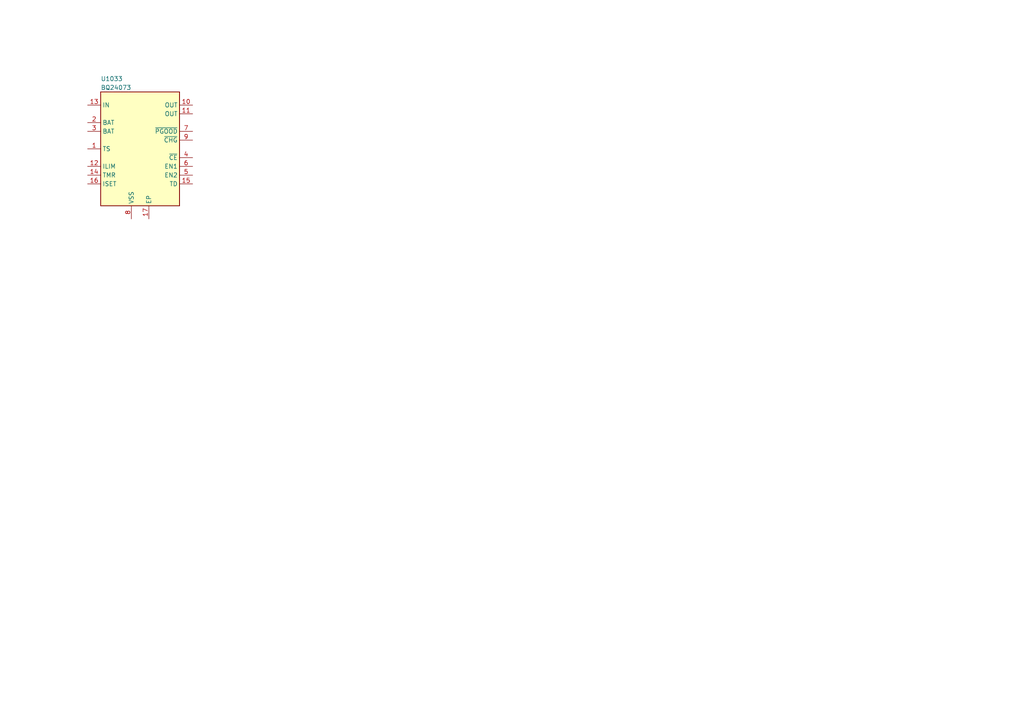
<source format=kicad_sch>
(kicad_sch
	(version 20250114)
	(generator "eeschema")
	(generator_version "9.0")
	(uuid "71af86e6-ae9e-4a40-88b8-eb2927eef3a4")
	(paper "A4")
	(title_block
		(title "Integrated circuits")
		(date "2026-01-10")
		(rev "1")
		(comment 1 "-")
		(comment 2 "-")
	)
	(lib_symbols
		(symbol "lily_symbols:ic_battery_charger_BQ24073_vqfn16"
			(exclude_from_sim no)
			(in_bom yes)
			(on_board yes)
			(property "Reference" "U"
				(at 3.81 7.62 0)
				(effects
					(font
						(size 1.27 1.27)
					)
					(justify left)
				)
			)
			(property "Value" "BQ24073"
				(at 3.81 5.08 0)
				(effects
					(font
						(size 1.27 1.27)
					)
					(justify left)
				)
			)
			(property "Footprint" "lily_footprints:vqfn16_ep_pitch0.5_3.1x3.1mm"
				(at 15.24 -50.8 0)
				(effects
					(font
						(size 1.27 1.27)
					)
					(hide yes)
				)
			)
			(property "Datasheet" "https://lilytronics.github.io/lily_kicad_lib/datasheets/texas_instruments/BQ2407x.pdf"
				(at 15.24 -63.5 0)
				(effects
					(font
						(size 1.27 1.27)
					)
					(hide yes)
				)
			)
			(property "Description" ""
				(at 0 0 0)
				(effects
					(font
						(size 1.27 1.27)
					)
					(hide yes)
				)
			)
			(property "Revision" "1"
				(at 15.24 -45.72 0)
				(effects
					(font
						(size 1.27 1.27)
					)
					(hide yes)
				)
			)
			(property "Status" "Active"
				(at 15.24 -48.26 0)
				(effects
					(font
						(size 1.27 1.27)
					)
					(hide yes)
				)
			)
			(property "Manufacturer" "Texas Instruments"
				(at 15.24 -53.34 0)
				(effects
					(font
						(size 1.27 1.27)
					)
					(hide yes)
				)
			)
			(property "Manufacturer_ID" "BQ24073RGTR"
				(at 15.24 -55.88 0)
				(effects
					(font
						(size 1.27 1.27)
					)
					(hide yes)
				)
			)
			(property "Lily_ID" "NO_ID"
				(at 15.24 -58.42 0)
				(effects
					(font
						(size 1.27 1.27)
					)
					(hide yes)
				)
			)
			(property "JLCPCB_ID" "C15220"
				(at 15.24 -60.96 0)
				(effects
					(font
						(size 1.27 1.27)
					)
					(hide yes)
				)
			)
			(symbol "ic_battery_charger_BQ24073_vqfn16_1_0"
				(pin power_in line
					(at 12.7 -33.02 90)
					(length 3.81)
					(name "VSS"
						(effects
							(font
								(size 1.27 1.27)
							)
						)
					)
					(number "8"
						(effects
							(font
								(size 1.27 1.27)
							)
						)
					)
				)
				(pin passive line
					(at 17.78 -33.02 90)
					(length 3.81)
					(name "EP"
						(effects
							(font
								(size 1.27 1.27)
							)
						)
					)
					(number "17"
						(effects
							(font
								(size 1.27 1.27)
							)
						)
					)
				)
				(pin output line
					(at 30.48 -2.54 180)
					(length 3.81)
					(name "OUT"
						(effects
							(font
								(size 1.27 1.27)
							)
						)
					)
					(number "11"
						(effects
							(font
								(size 1.27 1.27)
							)
						)
					)
				)
				(pin output line
					(at 30.48 -22.86 180)
					(length 3.81)
					(name "TD"
						(effects
							(font
								(size 1.27 1.27)
							)
						)
					)
					(number "15"
						(effects
							(font
								(size 1.27 1.27)
							)
						)
					)
				)
			)
			(symbol "ic_battery_charger_BQ24073_vqfn16_1_1"
				(rectangle
					(start 3.81 3.81)
					(end 26.67 -29.21)
					(stroke
						(width 0.254)
						(type solid)
					)
					(fill
						(type background)
					)
				)
				(pin input line
					(at 0 0 0)
					(length 3.81)
					(name "IN"
						(effects
							(font
								(size 1.27 1.27)
							)
						)
					)
					(number "13"
						(effects
							(font
								(size 1.27 1.27)
							)
						)
					)
				)
				(pin bidirectional line
					(at 0 -5.08 0)
					(length 3.81)
					(name "BAT"
						(effects
							(font
								(size 1.27 1.27)
							)
						)
					)
					(number "2"
						(effects
							(font
								(size 1.27 1.27)
							)
						)
					)
				)
				(pin bidirectional line
					(at 0 -7.62 0)
					(length 3.81)
					(name "BAT"
						(effects
							(font
								(size 1.27 1.27)
							)
						)
					)
					(number "3"
						(effects
							(font
								(size 1.27 1.27)
							)
						)
					)
				)
				(pin input line
					(at 0 -12.7 0)
					(length 3.81)
					(name "TS"
						(effects
							(font
								(size 1.27 1.27)
							)
						)
					)
					(number "1"
						(effects
							(font
								(size 1.27 1.27)
							)
						)
					)
				)
				(pin input line
					(at 0 -17.78 0)
					(length 3.81)
					(name "ILIM"
						(effects
							(font
								(size 1.27 1.27)
							)
						)
					)
					(number "12"
						(effects
							(font
								(size 1.27 1.27)
							)
						)
					)
				)
				(pin input line
					(at 0 -20.32 0)
					(length 3.81)
					(name "TMR"
						(effects
							(font
								(size 1.27 1.27)
							)
						)
					)
					(number "14"
						(effects
							(font
								(size 1.27 1.27)
							)
						)
					)
				)
				(pin input line
					(at 0 -22.86 0)
					(length 3.81)
					(name "ISET"
						(effects
							(font
								(size 1.27 1.27)
							)
						)
					)
					(number "16"
						(effects
							(font
								(size 1.27 1.27)
							)
						)
					)
				)
				(pin output line
					(at 30.48 0 180)
					(length 3.81)
					(name "OUT"
						(effects
							(font
								(size 1.27 1.27)
							)
						)
					)
					(number "10"
						(effects
							(font
								(size 1.27 1.27)
							)
						)
					)
				)
				(pin open_collector line
					(at 30.48 -7.62 180)
					(length 3.81)
					(name "~{PGOOD}"
						(effects
							(font
								(size 1.27 1.27)
							)
						)
					)
					(number "7"
						(effects
							(font
								(size 1.27 1.27)
							)
						)
					)
				)
				(pin open_collector line
					(at 30.48 -10.16 180)
					(length 3.81)
					(name "~{CHG}"
						(effects
							(font
								(size 1.27 1.27)
							)
						)
					)
					(number "9"
						(effects
							(font
								(size 1.27 1.27)
							)
						)
					)
				)
				(pin input line
					(at 30.48 -15.24 180)
					(length 3.81)
					(name "~{CE}"
						(effects
							(font
								(size 1.27 1.27)
							)
						)
					)
					(number "4"
						(effects
							(font
								(size 1.27 1.27)
							)
						)
					)
				)
				(pin input line
					(at 30.48 -17.78 180)
					(length 3.81)
					(name "EN1"
						(effects
							(font
								(size 1.27 1.27)
							)
						)
					)
					(number "6"
						(effects
							(font
								(size 1.27 1.27)
							)
						)
					)
				)
				(pin input line
					(at 30.48 -20.32 180)
					(length 3.81)
					(name "EN2"
						(effects
							(font
								(size 1.27 1.27)
							)
						)
					)
					(number "5"
						(effects
							(font
								(size 1.27 1.27)
							)
						)
					)
				)
			)
			(embedded_fonts no)
		)
	)
	(symbol
		(lib_id "lily_symbols:ic_battery_charger_BQ24073_vqfn16")
		(at 25.4 30.48 0)
		(unit 1)
		(exclude_from_sim no)
		(in_bom yes)
		(on_board yes)
		(dnp no)
		(uuid "48a201eb-2df2-4e94-b60c-4d28803c6d86")
		(property "Reference" "U1033"
			(at 29.21 22.86 0)
			(effects
				(font
					(size 1.27 1.27)
				)
				(justify left)
			)
		)
		(property "Value" "BQ24073"
			(at 29.21 25.4 0)
			(effects
				(font
					(size 1.27 1.27)
				)
				(justify left)
			)
		)
		(property "Footprint" "lily_footprints:vqfn16_ep_pitch0.5_3.1x3.1mm"
			(at 40.64 81.28 0)
			(effects
				(font
					(size 1.27 1.27)
				)
				(hide yes)
			)
		)
		(property "Datasheet" "https://lilytronics.github.io/lily_kicad_lib/datasheets/texas_instruments/BQ2407x.pdf"
			(at 40.64 93.98 0)
			(effects
				(font
					(size 1.27 1.27)
				)
				(hide yes)
			)
		)
		(property "Description" ""
			(at 25.4 30.48 0)
			(effects
				(font
					(size 1.27 1.27)
				)
				(hide yes)
			)
		)
		(property "Revision" "1"
			(at 40.64 76.2 0)
			(effects
				(font
					(size 1.27 1.27)
				)
				(hide yes)
			)
		)
		(property "Status" "Active"
			(at 40.64 78.74 0)
			(effects
				(font
					(size 1.27 1.27)
				)
				(hide yes)
			)
		)
		(property "Manufacturer" "Texas Instruments"
			(at 40.64 83.82 0)
			(effects
				(font
					(size 1.27 1.27)
				)
				(hide yes)
			)
		)
		(property "Manufacturer_ID" "BQ24073RGTR"
			(at 40.64 86.36 0)
			(effects
				(font
					(size 1.27 1.27)
				)
				(hide yes)
			)
		)
		(property "Lily_ID" "NO_ID"
			(at 40.64 88.9 0)
			(effects
				(font
					(size 1.27 1.27)
				)
				(hide yes)
			)
		)
		(property "JLCPCB_ID" "C15220"
			(at 40.64 91.44 0)
			(effects
				(font
					(size 1.27 1.27)
				)
				(hide yes)
			)
		)
		(pin "17"
			(uuid "1ba9f311-6681-4297-be42-015d25850bc4")
		)
		(pin "13"
			(uuid "c1932640-1910-4ee1-bd1d-3e1cffe6298c")
		)
		(pin "16"
			(uuid "935fe7b1-835e-4aa4-b13d-d5669e9b69ff")
		)
		(pin "9"
			(uuid "799b7de8-2323-4ee6-bd62-d162ec30a93d")
		)
		(pin "4"
			(uuid "26fde014-d97d-4de1-9ec7-e5fe1a2245e3")
		)
		(pin "7"
			(uuid "384ba8a1-9020-44f6-8a08-c45b5c0afc68")
		)
		(pin "3"
			(uuid "96de0835-d4b4-4921-a6a4-af0fef25d429")
		)
		(pin "14"
			(uuid "e8a4ea11-c00c-4c30-9fea-6539074a64b1")
		)
		(pin "2"
			(uuid "f59a5866-04bd-4394-84c5-d246495549a9")
		)
		(pin "1"
			(uuid "0ba5555e-e149-4d48-b9b7-5b0d49cb9741")
		)
		(pin "11"
			(uuid "c10619e9-2ee1-4a6c-a052-e9160d08ba74")
		)
		(pin "5"
			(uuid "80fa0cc1-9701-45a7-ba7d-07d6ed2ebc01")
		)
		(pin "15"
			(uuid "46e46c2a-c03a-402c-b751-b520f33e5342")
		)
		(pin "8"
			(uuid "31266a91-1625-48ec-b6f8-6da608971473")
		)
		(pin "6"
			(uuid "39ad8c05-73d2-4574-8c3c-35169e362958")
		)
		(pin "12"
			(uuid "ce1dcbca-c931-414b-ac27-a26d37c9dc0c")
		)
		(pin "10"
			(uuid "c75675a8-7763-4d26-b83e-8abf8a9c1226")
		)
		(instances
			(project ""
				(path "/e63e39d7-6ac0-4ffd-8aa3-1841a4541b55/7eb33e6c-6bec-4cda-a87b-a5ea475db2bd"
					(reference "U1033")
					(unit 1)
				)
			)
		)
	)
)

</source>
